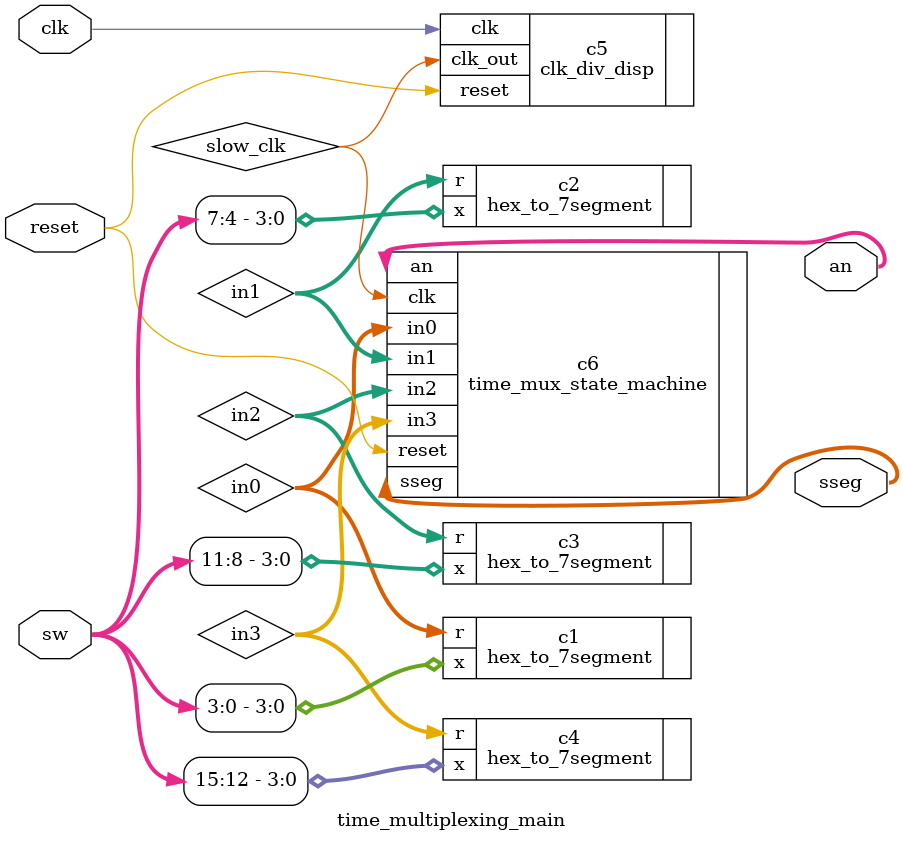
<source format=v>
`timescale 1ns / 1ps


module time_multiplexing_main(
    input clk,
    input reset,
    input [15:0] sw,
    output [3:0] an,
    output [6:0] sseg

    );
    wire[6:0] in0, in1, in2, in3;
wire slow_clk;

hex_to_7segment c1 (.x(sw[3:0]), .r(in0));
hex_to_7segment c2 (.x(sw[7:4]), .r(in1));
hex_to_7segment c3 (.x(sw[11:8]), .r(in2));
hex_to_7segment c4 (.x(sw[15:12]), .r(in3));

clk_div_disp c5 (.clk(clk), .reset(reset), .clk_out(slow_clk));

time_mux_state_machine c6(
    .clk(slow_clk),
    .reset(reset),
    .in0(in0),
    .in1(in1),
    .in2(in2),
    .in3(in3),
    .an(an),
    .sseg(sseg));

endmodule

</source>
